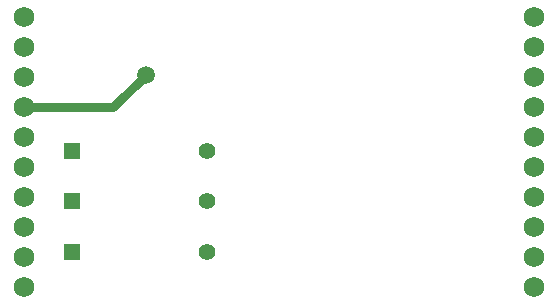
<source format=gbr>
%TF.GenerationSoftware,KiCad,Pcbnew,8.0.8*%
%TF.CreationDate,2025-02-16T23:45:18-05:00*%
%TF.ProjectId,VCU Charge Mode Signal Module V2.0,56435520-4368-4617-9267-65204d6f6465,rev?*%
%TF.SameCoordinates,Original*%
%TF.FileFunction,Copper,L2,Bot*%
%TF.FilePolarity,Positive*%
%FSLAX46Y46*%
G04 Gerber Fmt 4.6, Leading zero omitted, Abs format (unit mm)*
G04 Created by KiCad (PCBNEW 8.0.8) date 2025-02-16 23:45:18*
%MOMM*%
%LPD*%
G01*
G04 APERTURE LIST*
%TA.AperFunction,ComponentPad*%
%ADD10R,1.397000X1.397000*%
%TD*%
%TA.AperFunction,ComponentPad*%
%ADD11C,1.397000*%
%TD*%
%TA.AperFunction,ComponentPad*%
%ADD12C,1.750000*%
%TD*%
%TA.AperFunction,ViaPad*%
%ADD13C,1.500000*%
%TD*%
%TA.AperFunction,Conductor*%
%ADD14C,0.750000*%
%TD*%
G04 APERTURE END LIST*
D10*
%TO.P,R2,1*%
%TO.N,Net-(J1-Pad2)*%
X26670000Y-38123400D03*
D11*
%TO.P,R2,2*%
%TO.N,Net-(Q1-G)*%
X38100000Y-38123400D03*
%TD*%
D10*
%TO.P,R3,1*%
%TO.N,Net-(J1-Pad3)*%
X26670000Y-42400000D03*
D11*
%TO.P,R3,2*%
%TO.N,Net-(Q1-G)*%
X38100000Y-42400000D03*
%TD*%
D12*
%TO.P,J1,1,1*%
%TO.N,Net-(Q1-D)*%
X22550000Y-22550000D03*
%TO.P,J1,2,2*%
%TO.N,Net-(J1-Pad2)*%
X22550000Y-25090000D03*
%TO.P,J1,3,3*%
%TO.N,Net-(J1-Pad3)*%
X22550000Y-27630000D03*
%TO.P,J1,4,4*%
%TO.N,Net-(D1-A)*%
X22550000Y-30170000D03*
%TO.P,J1,5,5*%
%TO.N,unconnected-(J1-Pad5)*%
X22550000Y-32710000D03*
%TO.P,J1,6,6*%
%TO.N,unconnected-(J1-Pad6)*%
X22550000Y-35250000D03*
%TO.P,J1,7,7*%
%TO.N,unconnected-(J1-Pad7)*%
X22550000Y-37790000D03*
%TO.P,J1,8,8*%
%TO.N,unconnected-(J1-Pad8)*%
X22550000Y-40330000D03*
%TO.P,J1,9,9*%
%TO.N,unconnected-(J1-Pad9)*%
X22550000Y-42870000D03*
%TO.P,J1,10,10*%
%TO.N,unconnected-(J1-Pad10)*%
X22550000Y-45410000D03*
%TD*%
D10*
%TO.P,R1,1*%
%TO.N,Net-(J1-Pad3)*%
X26670000Y-33846800D03*
D11*
%TO.P,R1,2*%
%TO.N,Net-(D1-K)*%
X38100000Y-33846800D03*
%TD*%
D12*
%TO.P,J1,1,1*%
%TO.N,N/C*%
X65730000Y-22550000D03*
%TO.P,J1,2,2*%
X65730000Y-25090000D03*
%TO.P,J1,3,3*%
X65730000Y-27630000D03*
%TO.P,J1,4,4*%
X65730000Y-30170000D03*
%TO.P,J1,5,5*%
X65730000Y-32710000D03*
%TO.P,J1,6,6*%
X65730000Y-35250000D03*
%TO.P,J1,7,7*%
X65730000Y-37790000D03*
%TO.P,J1,8,8*%
X65730000Y-40330000D03*
%TO.P,J1,9,9*%
X65730000Y-42870000D03*
%TO.P,J1,10,10*%
X65730000Y-45410000D03*
%TD*%
D13*
%TO.N,Net-(D1-A)*%
X32900000Y-27400000D03*
%TD*%
D14*
%TO.N,Net-(D1-A)*%
X30130000Y-30170000D02*
X32900000Y-27400000D01*
X22550000Y-30170000D02*
X30130000Y-30170000D01*
%TD*%
M02*

</source>
